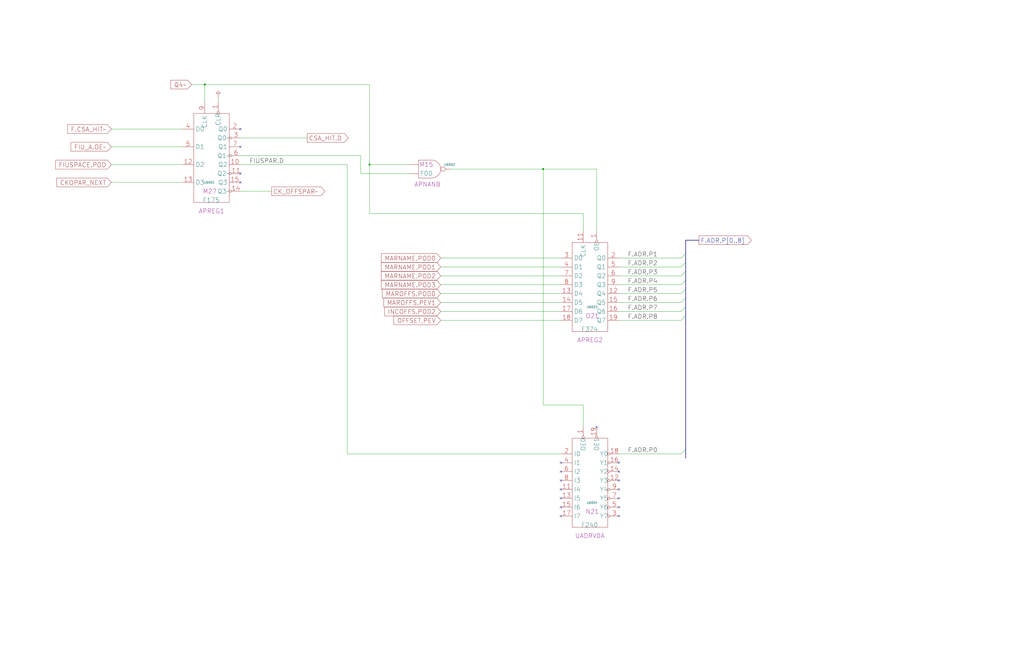
<source format=kicad_sch>
(kicad_sch (version 20250114) (generator "eeschema") (generator_version "9.0")
  (paper "User" 584.2 378.46)
  (title_block (title "ADDRESS BUS PARITY DRIVERS") (date "20-MAR-90") (rev "1.0") (comment 1 "FIU") (comment 2 "232-003065") (comment 3 "S400") (comment 4 "RELEASED"))
  (lib_symbols
    (symbol "r1000:F00" (pin_numbers (hide yes)) (pin_names (hide yes))
      (property "Reference" "U" (at 15.24 0 0))
      (property "Value" "F00" (at 1.905 -5.08 0))
      (property "Location" "___" (at 1.905 0 0))
      (property "Name" "______" (at 2.54 -12.7 0))
      (symbol "F00_0_1"
        (polyline (pts (xy -2.54 2.54) (xy -2.54 -7.62)) (stroke (width 0.1524)))
        (polyline (pts (xy -2.54 2.54) (xy 5.08 2.54)) (stroke (width 0.1524)))
        (polyline (pts (xy -2.54 -7.62) (xy 5.08 -7.62)) (stroke (width 0.1524)))
        (arc (start 5.08 2.54) (mid 10.1281 -2.54) (end 5.08 -7.62) (stroke (width 0.1524)))
        (circle (center 11.43 -2.54) (radius 1.27) (stroke (width 0.1524)))
      )
      (symbol "F00_0_2"
        (arc (start -3.175 2.54) (mid -2.134 -2.54) (end -3.175 -7.62) (stroke (width 0.1524)))
        (circle (center -3.81 0) (radius 1.27) (stroke (width 0.1524)))
        (circle (center -3.81 -5.08) (radius 1.27) (stroke (width 0.1524)))
        (polyline (pts (xy -3.175 2.54) (xy 3.81 2.54)) (stroke (width 0.1524)))
        (polyline (pts (xy -3.175 -7.62) (xy 3.81 -7.62)) (stroke (width 0.1524)))
        (arc (start 3.81 2.54) (mid 7.5828 0.7472) (end 10.16 -2.54) (stroke (width 0.1524)))
        (arc (start 10.16 -2.54) (mid 7.5855 -5.8306) (end 3.81 -7.62) (stroke (width 0.1524)))
      )
      (symbol "F00_1_1"
        (pin input line (at -7.62 0 0) (length 5.08) (name "D0") (number "1"))
        (pin input line (at -7.62 -5.08 0) (length 5.08) (name "D1") (number "2"))
        (pin output line (at 15.24 -2.54 180) (length 2.54) (name "Q") (number "3"))
      )
      (symbol "F00_1_2"
        (pin input line (at -7.62 0 0) (length 2.54) (name "D0") (number "1"))
        (pin input line (at -7.62 -5.08 0) (length 2.54) (name "D1") (number "2"))
        (pin output line (at 15.24 -2.54 180) (length 5.08) (name "Q") (number "3"))
      )
    )
    (symbol "r1000:F175" (pin_names (offset 1.016))
      (property "Reference" "U" (at 2.54 5.08 0))
      (property "Value" "F175" (at -1.27 -5.08 0))
      (property "Location" "___" (at -1.27 0 0))
      (property "Name" "______" (at 3.81 -12.7 0))
      (symbol "F175_1_1"
        (rectangle (start -6.35 44.45) (end 13.97 -6.35))
        (circle (center 7.62 45.085) (radius 0.635))
        (circle (center 14.605 30.48) (radius 0.635))
        (circle (center 14.605 20.32) (radius 0.635))
        (circle (center 14.605 10.16) (radius 0.635))
        (circle (center 14.605 0) (radius 0.635))
        (pin input line (at -12.7 35.56 0) (length 6.35) (name "D0") (number "4"))
        (pin input line (at -12.7 25.4 0) (length 6.35) (name "D1") (number "5"))
        (pin input line (at -12.7 15.24 0) (length 6.35) (name "D2") (number "12"))
        (pin input line (at -12.7 5.08 0) (length 6.35) (name "D3") (number "13"))
        (pin input line (at 0 50.8 270) (length 6.35) (name "CLK") (number "9"))
        (pin input line (at 7.62 50.8 270) (length 5.08) (name "CLR") (number "1"))
        (pin output line (at 20.32 35.56 180) (length 6.35) (name "Q0") (number "2"))
        (pin output line (at 20.32 30.48 180) (length 5.08) (name "Q0~") (number "3"))
        (pin output line (at 20.32 25.4 180) (length 6.35) (name "Q1") (number "7"))
        (pin output line (at 20.32 20.32 180) (length 5.08) (name "Q1~") (number "6"))
        (pin output line (at 20.32 15.24 180) (length 6.35) (name "Q2") (number "10"))
        (pin output line (at 20.32 10.16 180) (length 5.08) (name "Q2~") (number "11"))
        (pin output line (at 20.32 5.08 180) (length 6.35) (name "Q3") (number "15"))
        (pin output line (at 20.32 0 180) (length 5.08) (name "Q3~") (number "14"))
      )
    )
    (symbol "r1000:F240" (pin_names (offset 1.016))
      (property "Reference" "U" (at 2.54 5.08 0))
      (property "Value" "F240" (at -3.81 -7.62 0))
      (property "Location" "___" (at -1.27 0 0))
      (property "Name" "______" (at 1.27 -15.24 0))
      (symbol "F240_1_1"
        (rectangle (start -8.89 41.91) (end 11.43 -8.89))
        (circle (center -2.54 42.545) (radius 0.635))
        (circle (center 5.08 42.545) (radius 0.635))
        (circle (center 12.065 33.02) (radius 0.635))
        (circle (center 12.065 27.94) (radius 0.635))
        (circle (center 12.065 22.86) (radius 0.635))
        (circle (center 12.065 17.78) (radius 0.635))
        (circle (center 12.065 12.7) (radius 0.635))
        (circle (center 12.065 7.62) (radius 0.635))
        (circle (center 12.065 2.54) (radius 0.635))
        (circle (center 12.065 -2.54) (radius 0.635))
        (pin input line (at -15.24 33.02 0) (length 6.35) (name "I0") (number "2"))
        (pin input line (at -15.24 27.94 0) (length 6.35) (name "I1") (number "4"))
        (pin input line (at -15.24 22.86 0) (length 6.35) (name "I2") (number "6"))
        (pin input line (at -15.24 17.78 0) (length 6.35) (name "I3") (number "8"))
        (pin input line (at -15.24 12.7 0) (length 6.35) (name "I4") (number "11"))
        (pin input line (at -15.24 7.62 0) (length 6.35) (name "I5") (number "13"))
        (pin input line (at -15.24 2.54 0) (length 6.35) (name "I6") (number "15"))
        (pin input line (at -15.24 -2.54 0) (length 6.35) (name "I7") (number "17"))
        (pin input line (at -2.54 48.26 270) (length 5.08) (name "OE0") (number "1"))
        (pin input line (at 5.08 48.26 270) (length 5.08) (name "OE1") (number "19"))
        (pin tri_state line (at 17.78 33.02 180) (length 5.08) (name "Y0") (number "18"))
        (pin tri_state line (at 17.78 27.94 180) (length 5.08) (name "Y1") (number "16"))
        (pin tri_state line (at 17.78 22.86 180) (length 5.08) (name "Y2") (number "14"))
        (pin tri_state line (at 17.78 17.78 180) (length 5.08) (name "Y3") (number "12"))
        (pin tri_state line (at 17.78 12.7 180) (length 5.08) (name "Y4") (number "9"))
        (pin tri_state line (at 17.78 7.62 180) (length 5.08) (name "Y5") (number "7"))
        (pin tri_state line (at 17.78 2.54 180) (length 5.08) (name "Y6") (number "5"))
        (pin tri_state line (at 17.78 -2.54 180) (length 5.08) (name "Y7") (number "3"))
      )
    )
    (symbol "r1000:F374" (pin_names (offset 1.016))
      (property "Reference" "U" (at 2.54 5.08 0))
      (property "Value" "F374" (at -3.81 -7.62 0))
      (property "Location" "___" (at -1.27 0 0))
      (property "Name" "______" (at 1.27 -15.24 0))
      (symbol "F374_1_1"
        (rectangle (start -8.89 41.91) (end 11.43 -8.89))
        (circle (center 5.08 42.545) (radius 0.635))
        (pin input line (at -15.24 33.02 0) (length 6.35) (name "D0") (number "3"))
        (pin input line (at -15.24 27.94 0) (length 6.35) (name "D1") (number "4"))
        (pin input line (at -15.24 22.86 0) (length 6.35) (name "D2") (number "7"))
        (pin input line (at -15.24 17.78 0) (length 6.35) (name "D3") (number "8"))
        (pin input line (at -15.24 12.7 0) (length 6.35) (name "D4") (number "13"))
        (pin input line (at -15.24 7.62 0) (length 6.35) (name "D5") (number "14"))
        (pin input line (at -15.24 2.54 0) (length 6.35) (name "D6") (number "17"))
        (pin input line (at -15.24 -2.54 0) (length 6.35) (name "D7") (number "18"))
        (pin input line (at -2.54 48.26 270) (length 6.35) (name "CLK") (number "11"))
        (pin input line (at 5.08 48.26 270) (length 5.08) (name "OE") (number "1"))
        (pin tri_state line (at 17.78 33.02 180) (length 6.35) (name "Q0") (number "2"))
        (pin tri_state line (at 17.78 27.94 180) (length 6.35) (name "Q1") (number "5"))
        (pin tri_state line (at 17.78 22.86 180) (length 6.35) (name "Q2") (number "6"))
        (pin tri_state line (at 17.78 17.78 180) (length 6.35) (name "Q3") (number "9"))
        (pin tri_state line (at 17.78 12.7 180) (length 6.35) (name "Q4") (number "12"))
        (pin tri_state line (at 17.78 7.62 180) (length 6.35) (name "Q5") (number "15"))
        (pin tri_state line (at 17.78 2.54 180) (length 6.35) (name "Q6") (number "16"))
        (pin tri_state line (at 17.78 -2.54 180) (length 6.35) (name "Q7") (number "19"))
      )
    )
    (symbol "r1000:PU" (power) (pin_numbers (hide yes)) (pin_names (hide yes))
      (symbol "PU_0_1"
        (polyline (pts (xy 0 2.54) (xy -1.27 2.54) (xy 0 3.81) (xy 1.27 2.54) (xy 0 2.54)) (stroke (width 0.1524)))
      )
      (symbol "PU_1_1"
        (pin power_in line (at 0 0 90) (length 2.54) (name "PU") (number "1"))
      )
    )
  )
  (junction (at 309.88 96.52))
  (junction (at 116.84 48.26))
  (junction (at 210.82 93.98))
  (no_connect (at 320.04 269.24))
  (no_connect (at 320.04 264.16))
  (no_connect (at 353.06 284.48))
  (no_connect (at 353.06 279.4))
  (no_connect (at 353.06 274.32))
  (no_connect (at 320.04 289.56))
  (no_connect (at 137.16 104.14))
  (no_connect (at 320.04 274.32))
  (no_connect (at 137.16 73.66))
  (no_connect (at 137.16 83.82))
  (no_connect (at 320.04 294.64))
  (no_connect (at 353.06 294.64))
  (no_connect (at 320.04 284.48))
  (no_connect (at 137.16 99.06))
  (no_connect (at 353.06 269.24))
  (no_connect (at 340.36 243.84))
  (no_connect (at 353.06 264.16))
  (no_connect (at 353.06 289.56))
  (no_connect (at 320.04 279.4))
  (bus_entry (at 391.16 154.94) (size -2.54 2.54))
  (bus_entry (at 391.16 144.78) (size -2.54 2.54))
  (bus_entry (at 391.16 175.26) (size -2.54 2.54))
  (bus_entry (at 391.16 180.34) (size -2.54 2.54))
  (bus_entry (at 391.16 165.1) (size -2.54 2.54))
  (bus_entry (at 391.16 170.18) (size -2.54 2.54))
  (bus_entry (at 391.16 256.54) (size -2.54 2.54))
  (bus_entry (at 391.16 160.02) (size -2.54 2.54))
  (bus_entry (at 391.16 149.86) (size -2.54 2.54))
  (wire (pts (xy 137.16 109.22) (xy 154.94 109.22)))
  (bus (pts (xy 391.16 180.34) (xy 391.16 256.54)))
  (wire (pts (xy 251.46 167.64) (xy 320.04 167.64)))
  (wire (pts (xy 353.06 157.48) (xy 388.62 157.48)))
  (bus (pts (xy 391.16 149.86) (xy 391.16 154.94)))
  (wire (pts (xy 353.06 162.56) (xy 388.62 162.56)))
  (wire (pts (xy 251.46 182.88) (xy 320.04 182.88)))
  (wire (pts (xy 210.82 93.98) (xy 210.82 48.26)))
  (wire (pts (xy 251.46 177.8) (xy 320.04 177.8)))
  (wire (pts (xy 332.74 243.84) (xy 332.74 231.14)))
  (wire (pts (xy 353.06 147.32) (xy 388.62 147.32)))
  (bus (pts (xy 391.16 137.16) (xy 398.78 137.16)))
  (wire (pts (xy 124.46 55.88) (xy 124.46 58.42)))
  (bus (pts (xy 391.16 137.16) (xy 391.16 144.78)))
  (wire (pts (xy 309.88 96.52) (xy 256.54 96.52)))
  (wire (pts (xy 251.46 172.72) (xy 320.04 172.72)))
  (wire (pts (xy 251.46 152.4) (xy 320.04 152.4)))
  (wire (pts (xy 332.74 132.08) (xy 332.74 121.92)))
  (wire (pts (xy 251.46 162.56) (xy 320.04 162.56)))
  (bus (pts (xy 391.16 170.18) (xy 391.16 175.26)))
  (bus (pts (xy 391.16 165.1) (xy 391.16 170.18)))
  (bus (pts (xy 391.16 144.78) (xy 391.16 149.86)))
  (wire (pts (xy 353.06 167.64) (xy 388.62 167.64)))
  (wire (pts (xy 63.5 104.14) (xy 104.14 104.14)))
  (wire (pts (xy 63.5 83.82) (xy 104.14 83.82)))
  (wire (pts (xy 210.82 48.26) (xy 116.84 48.26)))
  (wire (pts (xy 353.06 182.88) (xy 388.62 182.88)))
  (wire (pts (xy 198.12 259.08) (xy 198.12 93.98)))
  (wire (pts (xy 353.06 152.4) (xy 388.62 152.4)))
  (wire (pts (xy 205.74 88.9) (xy 205.74 99.06)))
  (wire (pts (xy 63.5 93.98) (xy 104.14 93.98)))
  (wire (pts (xy 320.04 259.08) (xy 198.12 259.08)))
  (wire (pts (xy 210.82 121.92) (xy 210.82 93.98)))
  (wire (pts (xy 353.06 172.72) (xy 388.62 172.72)))
  (wire (pts (xy 63.5 73.66) (xy 104.14 73.66)))
  (bus (pts (xy 391.16 256.54) (xy 391.16 261.62)))
  (wire (pts (xy 251.46 157.48) (xy 320.04 157.48)))
  (wire (pts (xy 116.84 58.42) (xy 116.84 48.26)))
  (wire (pts (xy 340.36 132.08) (xy 340.36 96.52)))
  (wire (pts (xy 332.74 121.92) (xy 210.82 121.92)))
  (wire (pts (xy 353.06 177.8) (xy 388.62 177.8)))
  (bus (pts (xy 391.16 175.26) (xy 391.16 180.34)))
  (wire (pts (xy 137.16 88.9) (xy 205.74 88.9)))
  (wire (pts (xy 198.12 93.98) (xy 137.16 93.98)))
  (wire (pts (xy 332.74 231.14) (xy 309.88 231.14)))
  (wire (pts (xy 205.74 99.06) (xy 233.68 99.06)))
  (wire (pts (xy 340.36 96.52) (xy 309.88 96.52)))
  (wire (pts (xy 137.16 78.74) (xy 175.26 78.74)))
  (bus (pts (xy 391.16 154.94) (xy 391.16 160.02)))
  (wire (pts (xy 309.88 231.14) (xy 309.88 96.52)))
  (wire (pts (xy 251.46 147.32) (xy 320.04 147.32)))
  (wire (pts (xy 353.06 259.08) (xy 388.62 259.08)))
  (bus (pts (xy 391.16 160.02) (xy 391.16 165.1)))
  (wire (pts (xy 116.84 48.26) (xy 109.22 48.26)))
  (wire (pts (xy 233.68 93.98) (xy 210.82 93.98)))
  (label "F.ADR.P2" (at 358.14 152.4 0) (effects (font (size 2.54 2.54))))
  (label "F.ADR.P6" (at 358.14 172.72 0) (effects (font (size 2.54 2.54))))
  (label "F.ADR.P8" (at 358.14 182.88 0) (effects (font (size 2.54 2.54))))
  (label "F.ADR.P0" (at 358.14 259.08 0) (effects (font (size 2.54 2.54))))
  (label "F.ADR.P5" (at 358.14 167.64 0) (effects (font (size 2.54 2.54))))
  (label "F.ADR.P7" (at 358.14 177.8 0) (effects (font (size 2.54 2.54))))
  (label "FIUSPAR.D" (at 142.24 93.98 0) (effects (font (size 2.54 2.54))))
  (label "F.ADR.P4" (at 358.14 162.56 0) (effects (font (size 2.54 2.54))))
  (label "F.ADR.P3" (at 358.14 157.48 0) (effects (font (size 2.54 2.54))))
  (label "F.ADR.P1" (at 358.14 147.32 0) (effects (font (size 2.54 2.54))))
  (global_label "INCOFFS.POD2" (shape input) (at 251.46 177.8 180) (effects (font (size 2.54 2.54))) (property "Intersheetrefs" "${INTERSHEET_REFS}" (at 219.4197 177.6413 0) (effects (font (size 1.905 1.905)) (justify right))))
  (global_label "CK_OFFSPAR~" (shape output) (at 154.94 109.22 0) (effects (font (size 2.54 2.54))) (property "Intersheetrefs" "${INTERSHEET_REFS}" (at 185.287 109.0613 0) (effects (font (size 1.905 1.905)) (justify left))))
  (global_label "MARNAME.POD1" (shape input) (at 251.46 152.4 180) (effects (font (size 2.54 2.54))) (property "Intersheetrefs" "${INTERSHEET_REFS}" (at 217.6054 152.2413 0) (effects (font (size 1.905 1.905)) (justify right))))
  (global_label "FIUSPACE.POD" (shape input) (at 63.5 93.98 180) (effects (font (size 2.54 2.54))) (property "Intersheetrefs" "${INTERSHEET_REFS}" (at 31.7016 93.8213 0) (effects (font (size 1.905 1.905)) (justify right))))
  (global_label "F.ADR.P[0..8]" (shape output) (at 398.78 137.16 0) (effects (font (size 2.54 2.54))) (property "Intersheetrefs" "${INTERSHEET_REFS}" (at 428.6431 137.0013 0) (effects (font (size 1.905 1.905)) (justify left))))
  (global_label "FIU_A.OE~" (shape input) (at 63.5 83.82 180) (effects (font (size 2.54 2.54))) (property "Intersheetrefs" "${INTERSHEET_REFS}" (at 40.5311 83.6613 0) (effects (font (size 1.905 1.905)) (justify right))))
  (global_label "CKOPAR_NEXT" (shape input) (at 63.5 104.14 180) (effects (font (size 2.54 2.54))) (property "Intersheetrefs" "${INTERSHEET_REFS}" (at 32.4273 103.9813 0) (effects (font (size 1.905 1.905)) (justify right))))
  (global_label "F.CSA_HIT~" (shape input) (at 63.5 73.66 180) (effects (font (size 2.54 2.54))) (property "Intersheetrefs" "${INTERSHEET_REFS}" (at 38.5959 73.5013 0) (effects (font (size 1.905 1.905)) (justify right))))
  (global_label "MAROFFS.POD0" (shape input) (at 251.46 167.64 180) (effects (font (size 2.54 2.54))) (property "Intersheetrefs" "${INTERSHEET_REFS}" (at 218.2102 167.4813 0) (effects (font (size 1.905 1.905)) (justify right))))
  (global_label "CSA_HIT.D" (shape output) (at 175.26 78.74 0) (effects (font (size 2.54 2.54))) (property "Intersheetrefs" "${INTERSHEET_REFS}" (at 198.7127 78.5813 0) (effects (font (size 1.905 1.905)) (justify left))))
  (global_label "OFFSET.PEV" (shape input) (at 251.46 182.88 180) (effects (font (size 2.54 2.54))) (property "Intersheetrefs" "${INTERSHEET_REFS}" (at 224.7416 182.7213 0) (effects (font (size 1.905 1.905)) (justify right))))
  (global_label "MARNAME.POD3" (shape input) (at 251.46 162.56 180) (effects (font (size 2.54 2.54))) (property "Intersheetrefs" "${INTERSHEET_REFS}" (at 217.6054 162.4013 0) (effects (font (size 1.905 1.905)) (justify right))))
  (global_label "MARNAME.POD0" (shape input) (at 251.46 147.32 180) (effects (font (size 2.54 2.54))) (property "Intersheetrefs" "${INTERSHEET_REFS}" (at 217.6054 147.1613 0) (effects (font (size 1.905 1.905)) (justify right))))
  (global_label "MARNAME.POD2" (shape input) (at 251.46 157.48 180) (effects (font (size 2.54 2.54))) (property "Intersheetrefs" "${INTERSHEET_REFS}" (at 217.6054 157.3213 0) (effects (font (size 1.905 1.905)) (justify right))))
  (global_label "Q4~" (shape input) (at 109.22 48.26 180) (effects (font (size 2.54 2.54))) (property "Intersheetrefs" "${INTERSHEET_REFS}" (at 97.4997 48.1013 0) (effects (font (size 1.905 1.905)) (justify right))))
  (global_label "MAROFFS.PEV1" (shape input) (at 251.46 172.72 180) (effects (font (size 2.54 2.54))) (property "Intersheetrefs" "${INTERSHEET_REFS}" (at 218.9359 172.5613 0) (effects (font (size 1.905 1.905)) (justify right))))
  (symbol (lib_id "r1000:F374") (at 335.28 180.34 0) (unit 1)
    (property "Reference" "U6003" (at 337.82 175.26 0))
    (property "Value" "F374" (at 331.47 187.96 0) (effects (font (size 2.54 2.54)) (justify left)))
    (property "Location" "O21" (at 334.01 180.34 0) (effects (font (size 2.54 2.54)) (justify left)))
    (property "Name" "APREG2" (at 336.55 195.58 0) (effects (font (size 2.54 2.54)) (justify bottom)))
  )
  (symbol (lib_id "r1000:F240") (at 335.28 292.1 0) (unit 1)
    (property "Reference" "U6004" (at 337.82 287.02 0))
    (property "Value" "F240" (at 331.47 299.72 0) (effects (font (size 2.54 2.54)) (justify left)))
    (property "Location" "N21" (at 334.01 292.1 0) (effects (font (size 2.54 2.54)) (justify left)))
    (property "Name" "UADRV0A" (at 336.55 307.34 0) (effects (font (size 2.54 2.54)) (justify bottom)))
  )
  (symbol (lib_id "r1000:PU") (at 124.46 55.88 0) (unit 1)
    (property "Reference" "#PWR06001" (effects (hide yes)))
    (property "Value" "PU" (effects (hide yes)))
  )
  (symbol (lib_id "r1000:F00") (at 241.3 93.98 0) (unit 1)
    (property "Reference" "U6002" (at 256.54 93.98 0))
    (property "Value" "F00" (at 243.205 99.06 0) (effects (font (size 2.54 2.54))))
    (property "Location" "M15" (at 243.205 93.98 0) (effects (font (size 2.54 2.54))))
    (property "Name" "APNANB" (at 243.84 106.68 0) (effects (font (size 2.54 2.54)) (justify bottom)))
  )
  (symbol (lib_id "r1000:F175") (at 116.84 109.22 0) (unit 1)
    (property "Reference" "U6001" (at 119.38 104.14 0))
    (property "Value" "F175" (at 115.57 114.3 0) (effects (font (size 2.54 2.54)) (justify left)))
    (property "Location" "M27" (at 115.57 109.22 0) (effects (font (size 2.54 2.54)) (justify left)))
    (property "Name" "APREG1" (at 120.65 121.92 0) (effects (font (size 2.54 2.54)) (justify bottom)))
  )
)
</source>
